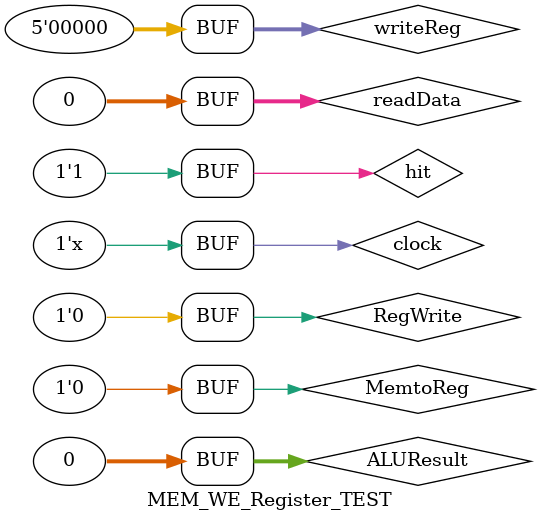
<source format=v>
`timescale 1ns / 1ps


module MEM_WE_Register_TEST;

	// Inputs
	reg clock;
	reg hit;
	reg [31:0] readData;
	reg [31:0] ALUResult;
	reg [4:0] writeReg;
	reg RegWrite;
	reg MemtoReg;

	// Outputs
	wire hitOut;
	wire [31:0] readDataOut;
	wire [31:0] ALUResultOut;
	wire [4:0] writeRegOut;
	wire RegWriteOut;
	wire MemtoRegOut;

	// Instantiate the Unit Under Test (UUT)
	MEM_WB_Register uut (
		.clock(clock), 
		.hit(hit), 
		.readData(readData), 
		.ALUResult(ALUResult), 
		.writeReg(writeReg), 
		.RegWrite(RegWrite), 
		.MemtoReg(MemtoReg), 
		.hitOut(hitOut), 
		.readDataOut(readDataOut), 
		.ALUResultOut(ALUResultOut), 
		.writeRegOut(writeRegOut), 
		.RegWriteOut(RegWriteOut), 
		.MemtoRegOut(MemtoRegOut)
	);

	always #20 clock =~clock;
	initial begin
		// Initialize Inputs
		clock = 0;
		hit = 0;
		readData = 0;
		ALUResult = 0;
		writeReg = 0;
		RegWrite = 0;
		MemtoReg = 0;

		
		#50 hit = 1;
		#50 readData = 0;
		#50 ALUResult = 0;
		#50 writeReg = 0;
		#50 RegWrite = 0;
		#50 MemtoReg = 0;
		// Wait 100 ns for global reset to finish
		#100;
        
		// Add stimulus here

	end
      
endmodule


</source>
